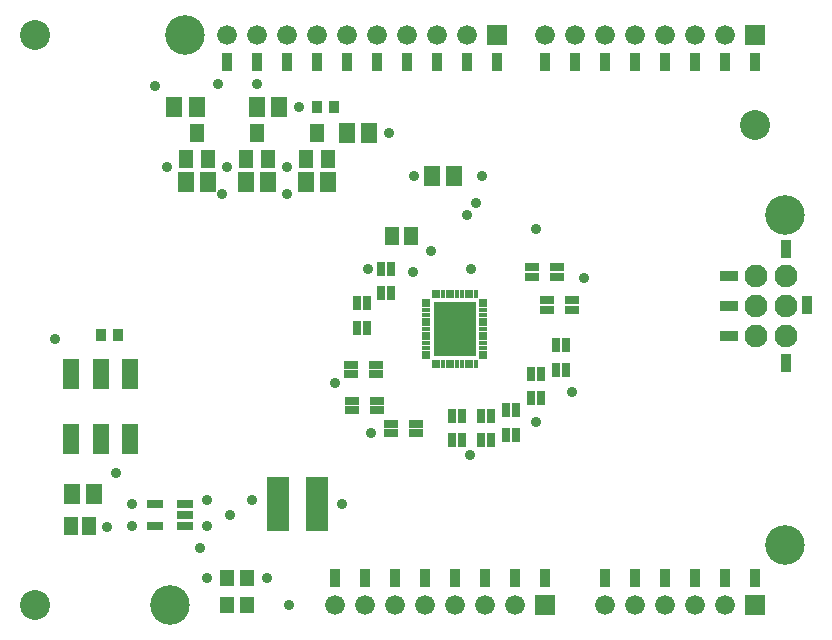
<source format=gts>
G04*
G04 #@! TF.GenerationSoftware,Altium Limited,Altium Designer,19.1.5 (86)*
G04*
G04 Layer_Color=8388736*
%FSLAX25Y25*%
%MOIN*%
G70*
G01*
G75*
%ADD14R,0.05718X0.06506*%
%ADD15C,0.10000*%
%ADD16R,0.03400X0.06200*%
%ADD17R,0.06200X0.03400*%
%ADD18R,0.04931X0.06112*%
%ADD19R,0.02765X0.01387*%
%ADD20R,0.01387X0.02765*%
%ADD21R,0.14379X0.18317*%
%ADD22R,0.04537X0.02568*%
%ADD23R,0.02568X0.04537*%
%ADD24R,0.04537X0.06112*%
%ADD25R,0.05324X0.10443*%
%ADD26R,0.04537X0.05324*%
%ADD27R,0.03750X0.04143*%
%ADD28R,0.07700X0.18300*%
%ADD29R,0.05364X0.02923*%
%ADD30C,0.07600*%
%ADD31R,0.06600X0.06600*%
%ADD32C,0.06600*%
%ADD33C,0.13198*%
%ADD34C,0.03600*%
G36*
X152746Y110801D02*
X153072Y110584D01*
X153289Y110258D01*
X153366Y109874D01*
X153289Y109490D01*
X153072Y109164D01*
X152746Y108947D01*
X152362Y108870D01*
X151978Y108947D01*
X151653Y109164D01*
X151435Y109490D01*
X151359Y109874D01*
X151435Y110258D01*
X151653Y110584D01*
X151978Y110801D01*
X152362Y110878D01*
X152746Y110801D01*
D02*
G37*
G36*
X148022D02*
X148347Y110584D01*
X148565Y110258D01*
X148641Y109874D01*
X148565Y109490D01*
X148347Y109164D01*
X148022Y108947D01*
X147638Y108870D01*
X147254Y108947D01*
X146928Y109164D01*
X146711Y109490D01*
X146634Y109874D01*
X146711Y110258D01*
X146928Y110584D01*
X147254Y110801D01*
X147638Y110878D01*
X148022Y110801D01*
D02*
G37*
G36*
X156290Y107415D02*
X156615Y107198D01*
X156833Y106872D01*
X156909Y106488D01*
X156833Y106104D01*
X156615Y105779D01*
X156290Y105561D01*
X155905Y105485D01*
X155522Y105561D01*
X155196Y105779D01*
X154978Y106104D01*
X154902Y106488D01*
X154978Y106872D01*
X155196Y107198D01*
X155522Y107415D01*
X155905Y107492D01*
X156290Y107415D01*
D02*
G37*
G36*
X152746D02*
X153072Y107198D01*
X153289Y106872D01*
X153366Y106488D01*
X153289Y106104D01*
X153072Y105779D01*
X152746Y105561D01*
X152362Y105485D01*
X151978Y105561D01*
X151653Y105779D01*
X151435Y106104D01*
X151359Y106488D01*
X151435Y106872D01*
X151653Y107198D01*
X151978Y107415D01*
X152362Y107492D01*
X152746Y107415D01*
D02*
G37*
G36*
X148022D02*
X148347Y107198D01*
X148565Y106872D01*
X148641Y106488D01*
X148565Y106104D01*
X148347Y105779D01*
X148022Y105561D01*
X147638Y105485D01*
X147254Y105561D01*
X146928Y105779D01*
X146711Y106104D01*
X146634Y106488D01*
X146711Y106872D01*
X146928Y107198D01*
X147254Y107415D01*
X147638Y107492D01*
X148022Y107415D01*
D02*
G37*
G36*
X144478D02*
X144804Y107198D01*
X145022Y106872D01*
X145098Y106488D01*
X145022Y106104D01*
X144804Y105779D01*
X144478Y105561D01*
X144095Y105485D01*
X143710Y105561D01*
X143385Y105779D01*
X143167Y106104D01*
X143091Y106488D01*
X143167Y106872D01*
X143385Y107198D01*
X143710Y107415D01*
X144095Y107492D01*
X144478Y107415D01*
D02*
G37*
G36*
X156290Y102927D02*
X156615Y102710D01*
X156833Y102384D01*
X156909Y102000D01*
X156833Y101616D01*
X156615Y101290D01*
X156290Y101073D01*
X155905Y100996D01*
X155522Y101073D01*
X155196Y101290D01*
X154978Y101616D01*
X154902Y102000D01*
X154978Y102384D01*
X155196Y102710D01*
X155522Y102927D01*
X155905Y103004D01*
X156290Y102927D01*
D02*
G37*
G36*
X152746D02*
X153072Y102710D01*
X153289Y102384D01*
X153366Y102000D01*
X153289Y101616D01*
X153072Y101290D01*
X152746Y101073D01*
X152362Y100996D01*
X151978Y101073D01*
X151653Y101290D01*
X151435Y101616D01*
X151359Y102000D01*
X151435Y102384D01*
X151653Y102710D01*
X151978Y102927D01*
X152362Y103004D01*
X152746Y102927D01*
D02*
G37*
G36*
X148022D02*
X148347Y102710D01*
X148565Y102384D01*
X148641Y102000D01*
X148565Y101616D01*
X148347Y101290D01*
X148022Y101073D01*
X147638Y100996D01*
X147254Y101073D01*
X146928Y101290D01*
X146711Y101616D01*
X146634Y102000D01*
X146711Y102384D01*
X146928Y102710D01*
X147254Y102927D01*
X147638Y103004D01*
X148022Y102927D01*
D02*
G37*
G36*
X144478D02*
X144804Y102710D01*
X145022Y102384D01*
X145098Y102000D01*
X145022Y101616D01*
X144804Y101290D01*
X144478Y101073D01*
X144095Y100996D01*
X143710Y101073D01*
X143385Y101290D01*
X143167Y101616D01*
X143091Y102000D01*
X143167Y102384D01*
X143385Y102710D01*
X143710Y102927D01*
X144095Y103004D01*
X144478Y102927D01*
D02*
G37*
G36*
X156290Y98439D02*
X156615Y98221D01*
X156833Y97896D01*
X156909Y97512D01*
X156833Y97128D01*
X156615Y96802D01*
X156290Y96585D01*
X155905Y96508D01*
X155522Y96585D01*
X155196Y96802D01*
X154978Y97128D01*
X154902Y97512D01*
X154978Y97896D01*
X155196Y98221D01*
X155522Y98439D01*
X155905Y98515D01*
X156290Y98439D01*
D02*
G37*
G36*
X152746D02*
X153072Y98221D01*
X153289Y97896D01*
X153366Y97512D01*
X153289Y97128D01*
X153072Y96802D01*
X152746Y96585D01*
X152362Y96508D01*
X151978Y96585D01*
X151653Y96802D01*
X151435Y97128D01*
X151359Y97512D01*
X151435Y97896D01*
X151653Y98221D01*
X151978Y98439D01*
X152362Y98515D01*
X152746Y98439D01*
D02*
G37*
G36*
X148022D02*
X148347Y98221D01*
X148565Y97896D01*
X148641Y97512D01*
X148565Y97128D01*
X148347Y96802D01*
X148022Y96585D01*
X147638Y96508D01*
X147254Y96585D01*
X146928Y96802D01*
X146711Y97128D01*
X146634Y97512D01*
X146711Y97896D01*
X146928Y98221D01*
X147254Y98439D01*
X147638Y98515D01*
X148022Y98439D01*
D02*
G37*
G36*
X144478D02*
X144804Y98221D01*
X145022Y97896D01*
X145098Y97512D01*
X145022Y97128D01*
X144804Y96802D01*
X144478Y96585D01*
X144095Y96508D01*
X143710Y96585D01*
X143385Y96802D01*
X143167Y97128D01*
X143091Y97512D01*
X143167Y97896D01*
X143385Y98221D01*
X143710Y98439D01*
X144095Y98515D01*
X144478Y98439D01*
D02*
G37*
G36*
X152746Y95053D02*
X153072Y94836D01*
X153289Y94510D01*
X153366Y94126D01*
X153289Y93742D01*
X153072Y93416D01*
X152746Y93199D01*
X152362Y93123D01*
X151978Y93199D01*
X151653Y93416D01*
X151435Y93742D01*
X151359Y94126D01*
X151435Y94510D01*
X151653Y94836D01*
X151978Y95053D01*
X152362Y95130D01*
X152746Y95053D01*
D02*
G37*
G36*
X148022D02*
X148347Y94836D01*
X148565Y94510D01*
X148641Y94126D01*
X148565Y93742D01*
X148347Y93416D01*
X148022Y93199D01*
X147638Y93123D01*
X147254Y93199D01*
X146928Y93416D01*
X146711Y93742D01*
X146634Y94126D01*
X146711Y94510D01*
X146928Y94836D01*
X147254Y95053D01*
X147638Y95130D01*
X148022Y95053D01*
D02*
G37*
D14*
X114000Y167331D02*
D03*
X121480D02*
D03*
X100260Y151000D02*
D03*
X107740D02*
D03*
X56520Y176000D02*
D03*
X64000D02*
D03*
X91480D02*
D03*
X84000D02*
D03*
X80260Y151000D02*
D03*
X87740D02*
D03*
X60260D02*
D03*
X67740D02*
D03*
X29740Y47000D02*
D03*
X22260D02*
D03*
X149803Y153000D02*
D03*
X142323D02*
D03*
D15*
X250000Y170000D02*
D03*
X10000Y10000D02*
D03*
Y200000D02*
D03*
D16*
X267500Y110000D02*
D03*
X260551Y128803D02*
D03*
Y90803D02*
D03*
X210000Y19000D02*
D03*
X250000D02*
D03*
X200000D02*
D03*
X220000D02*
D03*
X230000D02*
D03*
X240000D02*
D03*
X154000Y191000D02*
D03*
X144000D02*
D03*
X134000D02*
D03*
X114000D02*
D03*
X104000D02*
D03*
X94000D02*
D03*
X74000D02*
D03*
X164000D02*
D03*
X124000D02*
D03*
X84000D02*
D03*
X240000D02*
D03*
X230000D02*
D03*
X220000D02*
D03*
X200000D02*
D03*
X190000D02*
D03*
X180000D02*
D03*
X250000D02*
D03*
X210000D02*
D03*
X140000Y19000D02*
D03*
X180000D02*
D03*
X110000D02*
D03*
X120000D02*
D03*
X130000D02*
D03*
X150000D02*
D03*
X160000D02*
D03*
X170000D02*
D03*
D17*
X241551Y119803D02*
D03*
Y109803D02*
D03*
Y99803D02*
D03*
D18*
X129157Y133000D02*
D03*
X135260D02*
D03*
X28051Y36260D02*
D03*
X21949D02*
D03*
D19*
X140453Y111449D02*
D03*
Y109874D02*
D03*
Y108299D02*
D03*
Y106724D02*
D03*
Y105150D02*
D03*
Y103575D02*
D03*
Y102000D02*
D03*
Y100425D02*
D03*
Y98850D02*
D03*
Y97276D02*
D03*
Y95701D02*
D03*
Y94126D02*
D03*
Y92551D02*
D03*
X159547D02*
D03*
Y94126D02*
D03*
Y95701D02*
D03*
Y97276D02*
D03*
Y98850D02*
D03*
Y100425D02*
D03*
Y102000D02*
D03*
Y103575D02*
D03*
Y105150D02*
D03*
Y106724D02*
D03*
Y108299D02*
D03*
Y109874D02*
D03*
Y111449D02*
D03*
D20*
X142913Y90484D02*
D03*
X144488D02*
D03*
X146063D02*
D03*
X147638D02*
D03*
X149213D02*
D03*
X150787D02*
D03*
X152362D02*
D03*
X153937D02*
D03*
X155512D02*
D03*
X157087D02*
D03*
Y113516D02*
D03*
X155512D02*
D03*
X153937D02*
D03*
X152362D02*
D03*
X150787D02*
D03*
X149213D02*
D03*
X147638D02*
D03*
X146063D02*
D03*
X144488D02*
D03*
X142913D02*
D03*
D21*
X150000Y102000D02*
D03*
D22*
X124000Y75000D02*
D03*
X115732D02*
D03*
X124000Y78150D02*
D03*
X115732D02*
D03*
X123701Y86843D02*
D03*
X115433D02*
D03*
X123701Y89992D02*
D03*
X115433D02*
D03*
X137134Y67158D02*
D03*
X128866D02*
D03*
X137134Y70307D02*
D03*
X128866D02*
D03*
X175866Y122575D02*
D03*
X184134D02*
D03*
X175866Y119425D02*
D03*
X184134D02*
D03*
X180866Y111575D02*
D03*
X189134D02*
D03*
X180866Y108425D02*
D03*
X189134D02*
D03*
D23*
X117425Y102354D02*
D03*
Y110622D02*
D03*
X120575Y102354D02*
D03*
Y110622D02*
D03*
X125425Y113866D02*
D03*
Y122134D02*
D03*
X128575Y113866D02*
D03*
Y122134D02*
D03*
X152362Y73116D02*
D03*
Y64848D02*
D03*
X149213Y73116D02*
D03*
Y64848D02*
D03*
X161990Y73116D02*
D03*
Y64848D02*
D03*
X158840Y73116D02*
D03*
Y64848D02*
D03*
X170324Y75000D02*
D03*
Y66732D02*
D03*
X167175Y75000D02*
D03*
Y66732D02*
D03*
X187007Y96685D02*
D03*
Y88417D02*
D03*
X183858Y96685D02*
D03*
Y88417D02*
D03*
X178575Y87134D02*
D03*
Y78866D02*
D03*
X175425Y87134D02*
D03*
Y78866D02*
D03*
D24*
X104000Y167331D02*
D03*
X107740Y158669D02*
D03*
X100260D02*
D03*
X84000Y167331D02*
D03*
X87740Y158669D02*
D03*
X80260D02*
D03*
X64000Y167331D02*
D03*
X67740Y158669D02*
D03*
X60260D02*
D03*
D25*
X22158Y86827D02*
D03*
X32000D02*
D03*
X41842D02*
D03*
Y65173D02*
D03*
X32000D02*
D03*
X22158D02*
D03*
D26*
X74154Y19000D02*
D03*
X80847D02*
D03*
X74154Y10000D02*
D03*
X80847D02*
D03*
D27*
X104000Y176000D02*
D03*
X109709D02*
D03*
X37709Y100000D02*
D03*
X32000D02*
D03*
D28*
X91000Y43740D02*
D03*
X104000D02*
D03*
D29*
X59941Y36260D02*
D03*
Y40000D02*
D03*
Y43740D02*
D03*
X50059D02*
D03*
Y36260D02*
D03*
D30*
X250551Y119803D02*
D03*
X260551D02*
D03*
X250551Y109803D02*
D03*
X260551D02*
D03*
X250551Y99803D02*
D03*
X260551D02*
D03*
D31*
X250000Y10000D02*
D03*
X164000Y200000D02*
D03*
X250000D02*
D03*
X180000Y10000D02*
D03*
D32*
X240000D02*
D03*
X230000D02*
D03*
X220000D02*
D03*
X210000D02*
D03*
X200000D02*
D03*
X154000Y200000D02*
D03*
X144000D02*
D03*
X134000D02*
D03*
X124000D02*
D03*
X114000D02*
D03*
X104000D02*
D03*
X94000D02*
D03*
X84000D02*
D03*
X74000D02*
D03*
X230000D02*
D03*
X240000D02*
D03*
X180000D02*
D03*
X190000D02*
D03*
X200000D02*
D03*
X210000D02*
D03*
X220000D02*
D03*
X150000Y10000D02*
D03*
X140000D02*
D03*
X130000D02*
D03*
X120000D02*
D03*
X110000D02*
D03*
X170000D02*
D03*
X160000D02*
D03*
D33*
X60000Y200000D02*
D03*
X55000Y10000D02*
D03*
X260000Y140000D02*
D03*
Y30000D02*
D03*
D34*
X94846Y10000D02*
D03*
X36900Y54100D02*
D03*
X16700Y98800D02*
D03*
X75000Y40000D02*
D03*
X65000Y29000D02*
D03*
X136276Y153000D02*
D03*
X177000Y135213D02*
D03*
X159000Y153000D02*
D03*
X142000Y127842D02*
D03*
X154000Y140000D02*
D03*
X72500Y147000D02*
D03*
X157087Y144000D02*
D03*
X94000Y147000D02*
D03*
X136000Y121000D02*
D03*
X155541Y122000D02*
D03*
X121000D02*
D03*
X110000Y84000D02*
D03*
X122000Y67158D02*
D03*
X155000Y60000D02*
D03*
X193000Y119000D02*
D03*
X189000Y81000D02*
D03*
X177000Y71000D02*
D03*
X54000Y156000D02*
D03*
X74000D02*
D03*
X94000D02*
D03*
X128000Y167331D02*
D03*
X50000Y183000D02*
D03*
X98000Y176000D02*
D03*
X71106Y183500D02*
D03*
X84000D02*
D03*
X34000Y36000D02*
D03*
X112500Y43740D02*
D03*
X87500Y19000D02*
D03*
X67500D02*
D03*
X42500Y36260D02*
D03*
X67500D02*
D03*
X42500Y43740D02*
D03*
X82500Y45000D02*
D03*
X67500D02*
D03*
M02*

</source>
